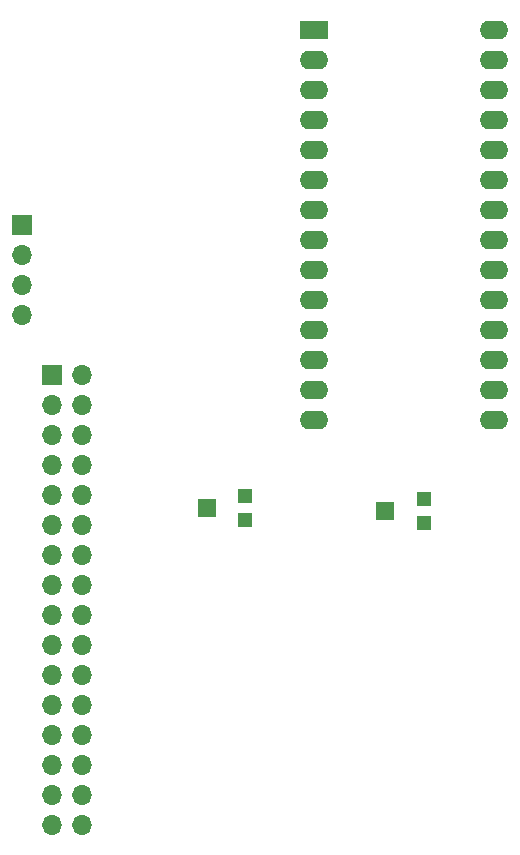
<source format=gts>
%TF.GenerationSoftware,KiCad,Pcbnew,(6.0.1)*%
%TF.CreationDate,2022-01-21T22:17:13+01:00*%
%TF.ProjectId,bosch-kf163-control,626f7363-682d-46b6-9631-36332d636f6e,1*%
%TF.SameCoordinates,Original*%
%TF.FileFunction,Soldermask,Top*%
%TF.FilePolarity,Negative*%
%FSLAX46Y46*%
G04 Gerber Fmt 4.6, Leading zero omitted, Abs format (unit mm)*
G04 Created by KiCad (PCBNEW (6.0.1)) date 2022-01-21 22:17:13*
%MOMM*%
%LPD*%
G01*
G04 APERTURE LIST*
%ADD10R,1.200000X1.200000*%
%ADD11R,1.500000X1.600000*%
%ADD12R,1.700000X1.700000*%
%ADD13O,1.700000X1.700000*%
%ADD14R,2.400000X1.600000*%
%ADD15O,2.400000X1.600000*%
G04 APERTURE END LIST*
D10*
%TO.C,RV301*%
X111020000Y-107553000D03*
D11*
X107770000Y-106553000D03*
D10*
X111020000Y-105553000D03*
%TD*%
%TO.C,RV302*%
X126133000Y-107807000D03*
D11*
X122883000Y-106807000D03*
D10*
X126133000Y-105807000D03*
%TD*%
D12*
%TO.C,J102*%
X92145000Y-82560000D03*
D13*
X92145000Y-85100000D03*
X92145000Y-87640000D03*
X92145000Y-90180000D03*
%TD*%
D12*
%TO.C,J101*%
X94615000Y-95250000D03*
D13*
X97155000Y-95250000D03*
X94615000Y-97790000D03*
X97155000Y-97790000D03*
X94615000Y-100330000D03*
X97155000Y-100330000D03*
X94615000Y-102870000D03*
X97155000Y-102870000D03*
X94615000Y-105410000D03*
X97155000Y-105410000D03*
X94615000Y-107950000D03*
X97155000Y-107950000D03*
X94615000Y-110490000D03*
X97155000Y-110490000D03*
X94615000Y-113030000D03*
X97155000Y-113030000D03*
X94615000Y-115570000D03*
X97155000Y-115570000D03*
X94615000Y-118110000D03*
X97155000Y-118110000D03*
X94615000Y-120650000D03*
X97155000Y-120650000D03*
X94615000Y-123190000D03*
X97155000Y-123190000D03*
X94615000Y-125730000D03*
X97155000Y-125730000D03*
X94615000Y-128270000D03*
X97155000Y-128270000D03*
X94615000Y-130810000D03*
X97155000Y-130810000D03*
X94615000Y-133350000D03*
X97155000Y-133350000D03*
%TD*%
D14*
%TO.C,J201*%
X116840000Y-66040000D03*
D15*
X116840000Y-68580000D03*
X116840000Y-71120000D03*
X116840000Y-73660000D03*
X116840000Y-76200000D03*
X116840000Y-78740000D03*
X116840000Y-81280000D03*
X116840000Y-83820000D03*
X116840000Y-86360000D03*
X116840000Y-88900000D03*
X116840000Y-91440000D03*
X116840000Y-93980000D03*
X116840000Y-96520000D03*
X116840000Y-99060000D03*
X132080000Y-99060000D03*
X132080000Y-96520000D03*
X132080000Y-93980000D03*
X132080000Y-91440000D03*
X132080000Y-88900000D03*
X132080000Y-86360000D03*
X132080000Y-83820000D03*
X132080000Y-81280000D03*
X132080000Y-78740000D03*
X132080000Y-76200000D03*
X132080000Y-73660000D03*
X132080000Y-71120000D03*
X132080000Y-68580000D03*
X132080000Y-66040000D03*
%TD*%
M02*

</source>
